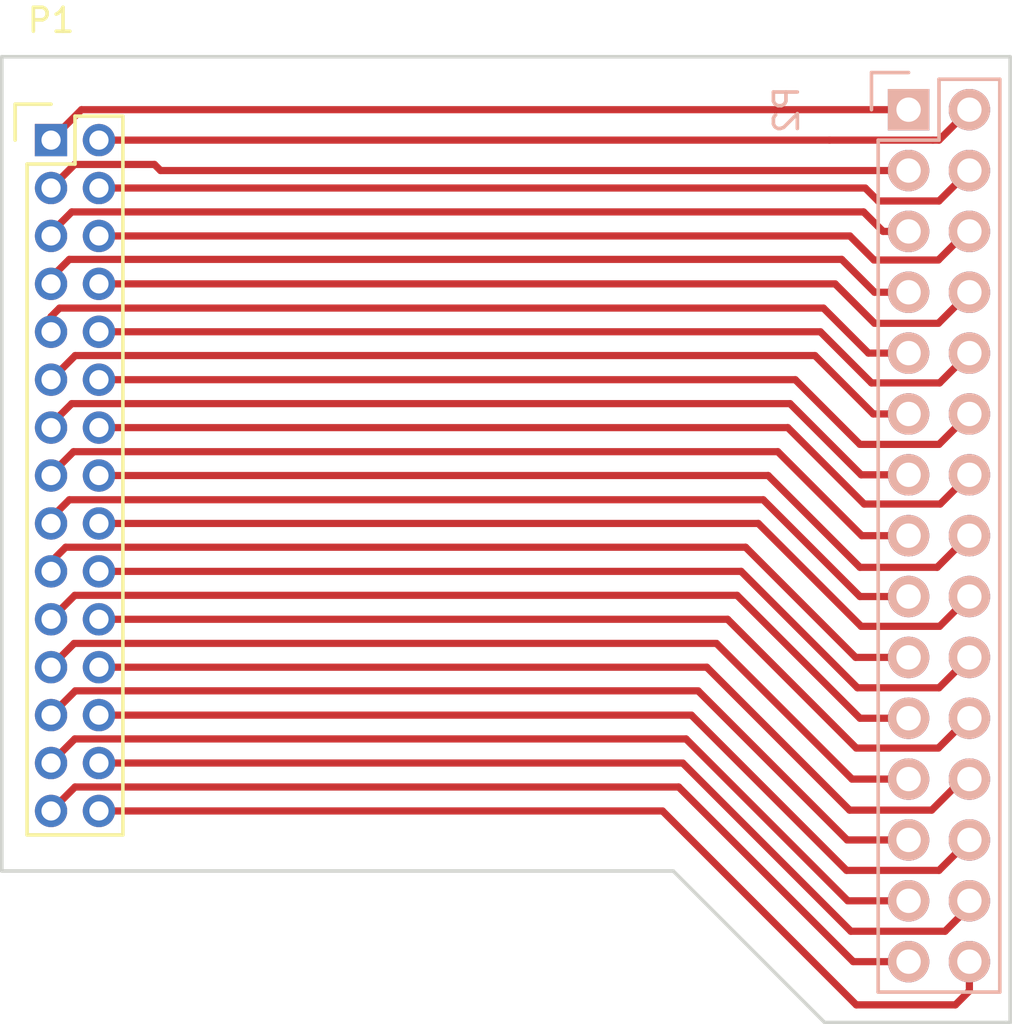
<source format=kicad_pcb>
(kicad_pcb (version 4) (host pcbnew 4.0.2-stable)

  (general
    (links 30)
    (no_connects 0)
    (area 54.113667 62.143666 99.461001 105.377001)
    (thickness 1.6)
    (drawings 9)
    (tracks 134)
    (zones 0)
    (modules 2)
    (nets 31)
  )

  (page A4)
  (layers
    (0 F.Cu signal)
    (31 B.Cu jumper)
    (32 B.Adhes user)
    (33 F.Adhes user)
    (34 B.Paste user)
    (35 F.Paste user)
    (36 B.SilkS user)
    (37 F.SilkS user)
    (38 B.Mask user)
    (39 F.Mask user)
    (40 Dwgs.User user)
    (41 Cmts.User user)
    (42 Eco1.User user)
    (43 Eco2.User user)
    (44 Edge.Cuts user)
  )

  (setup
    (last_trace_width 0.3)
    (user_trace_width 0.09)
    (user_trace_width 0.1)
    (user_trace_width 0.2)
    (user_trace_width 0.3)
    (user_trace_width 0.4)
    (user_trace_width 0.5)
    (user_trace_width 0.7)
    (user_trace_width 0.8)
    (trace_clearance 0.15)
    (zone_clearance 0.2)
    (zone_45_only yes)
    (trace_min 0.09)
    (segment_width 0.1)
    (edge_width 0.15)
    (via_size 0.7)
    (via_drill 0.4)
    (via_min_size 0.5)
    (via_min_drill 0.2)
    (user_via 0.5 0.3)
    (user_via 0.5 0.3)
    (user_via 0.6 0.4)
    (user_via 0.7 0.5)
    (user_via 0.8 0.6)
    (user_via 0.9 0.7)
    (user_via 1 0.8)
    (uvia_size 0.3)
    (uvia_drill 0.1)
    (uvias_allowed no)
    (uvia_min_size 0.3)
    (uvia_min_drill 0.1)
    (pcb_text_width 0.3)
    (pcb_text_size 1 1)
    (mod_edge_width 0.381)
    (mod_text_size 0.7 0.7)
    (mod_text_width 0.11)
    (pad_size 1.7272 1.7272)
    (pad_drill 1.016)
    (pad_to_mask_clearance 0)
    (aux_axis_origin 20 90)
    (grid_origin 67.3 108.35)
    (visible_elements 7FFCFFFF)
    (pcbplotparams
      (layerselection 0x01000_00000001)
      (usegerberextensions true)
      (excludeedgelayer true)
      (linewidth 0.100000)
      (plotframeref false)
      (viasonmask false)
      (mode 1)
      (useauxorigin false)
      (hpglpennumber 1)
      (hpglpenspeed 20)
      (hpglpendiameter 15)
      (hpglpenoverlay 2)
      (psnegative false)
      (psa4output false)
      (plotreference true)
      (plotvalue true)
      (plotinvisibletext false)
      (padsonsilk false)
      (subtractmaskfromsilk false)
      (outputformat 1)
      (mirror false)
      (drillshape 0)
      (scaleselection 1)
      (outputdirectory gerbers_RF/))
  )

  (net 0 "")
  (net 1 "Net-(P1-Pad1)")
  (net 2 "Net-(P1-Pad3)")
  (net 3 "Net-(P1-Pad5)")
  (net 4 "Net-(P1-Pad7)")
  (net 5 "Net-(P1-Pad9)")
  (net 6 "Net-(P1-Pad11)")
  (net 7 "Net-(P1-Pad13)")
  (net 8 "Net-(P1-Pad15)")
  (net 9 "Net-(P1-Pad17)")
  (net 10 "Net-(P1-Pad19)")
  (net 11 "Net-(P1-Pad21)")
  (net 12 "Net-(P1-Pad23)")
  (net 13 "Net-(P1-Pad25)")
  (net 14 "Net-(P1-Pad27)")
  (net 15 "Net-(P1-Pad29)")
  (net 16 "Net-(P1-Pad2)")
  (net 17 "Net-(P1-Pad4)")
  (net 18 "Net-(P1-Pad6)")
  (net 19 "Net-(P1-Pad8)")
  (net 20 "Net-(P1-Pad10)")
  (net 21 "Net-(P1-Pad12)")
  (net 22 "Net-(P1-Pad14)")
  (net 23 "Net-(P1-Pad16)")
  (net 24 "Net-(P1-Pad18)")
  (net 25 "Net-(P1-Pad20)")
  (net 26 "Net-(P1-Pad22)")
  (net 27 "Net-(P1-Pad24)")
  (net 28 "Net-(P1-Pad26)")
  (net 29 "Net-(P1-Pad28)")
  (net 30 "Net-(P1-Pad30)")

  (net_class Default "This is the default net class."
    (clearance 0.15)
    (trace_width 0.3)
    (via_dia 0.7)
    (via_drill 0.4)
    (uvia_dia 0.3)
    (uvia_drill 0.1)
    (add_net "Net-(P1-Pad1)")
    (add_net "Net-(P1-Pad10)")
    (add_net "Net-(P1-Pad11)")
    (add_net "Net-(P1-Pad12)")
    (add_net "Net-(P1-Pad13)")
    (add_net "Net-(P1-Pad14)")
    (add_net "Net-(P1-Pad15)")
    (add_net "Net-(P1-Pad16)")
    (add_net "Net-(P1-Pad17)")
    (add_net "Net-(P1-Pad18)")
    (add_net "Net-(P1-Pad19)")
    (add_net "Net-(P1-Pad2)")
    (add_net "Net-(P1-Pad20)")
    (add_net "Net-(P1-Pad21)")
    (add_net "Net-(P1-Pad22)")
    (add_net "Net-(P1-Pad23)")
    (add_net "Net-(P1-Pad24)")
    (add_net "Net-(P1-Pad25)")
    (add_net "Net-(P1-Pad26)")
    (add_net "Net-(P1-Pad27)")
    (add_net "Net-(P1-Pad28)")
    (add_net "Net-(P1-Pad29)")
    (add_net "Net-(P1-Pad3)")
    (add_net "Net-(P1-Pad30)")
    (add_net "Net-(P1-Pad4)")
    (add_net "Net-(P1-Pad5)")
    (add_net "Net-(P1-Pad6)")
    (add_net "Net-(P1-Pad7)")
    (add_net "Net-(P1-Pad8)")
    (add_net "Net-(P1-Pad9)")
  )

  (module Pin_Headers:Pin_Header_Straight_2x15_Pitch2.00mm (layer F.Cu) (tedit 56FA75DA) (tstamp 580E85A6)
    (at 59.172 68.472)
    (descr "Through hole pin header, 2x15, 2.00mm pitch, double row")
    (tags "pin header double row")
    (path /580E842E)
    (fp_text reference P1 (at 0 -5) (layer F.SilkS)
      (effects (font (size 1 1) (thickness 0.15)))
    )
    (fp_text value CONN_02X15 (at 0 -3) (layer F.Fab)
      (effects (font (size 1 1) (thickness 0.15)))
    )
    (fp_line (start -1 1) (end 1 1) (layer F.SilkS) (width 0.15))
    (fp_line (start 1 1) (end 1 -1) (layer F.SilkS) (width 0.15))
    (fp_line (start 1 -1) (end 3 -1) (layer F.SilkS) (width 0.15))
    (fp_line (start 3 -1) (end 3 1) (layer F.SilkS) (width 0.15))
    (fp_line (start 3 1) (end 3 29) (layer F.SilkS) (width 0.15))
    (fp_line (start 3 29) (end -1 29) (layer F.SilkS) (width 0.15))
    (fp_line (start -1 29) (end -1 1) (layer F.SilkS) (width 0.15))
    (fp_line (start -1.6 -1.6) (end 3.6 -1.6) (layer F.CrtYd) (width 0.05))
    (fp_line (start 3.6 -1.6) (end 3.6 29.6) (layer F.CrtYd) (width 0.05))
    (fp_line (start 3.6 29.6) (end -1.6 29.6) (layer F.CrtYd) (width 0.05))
    (fp_line (start -1.6 29.6) (end -1.6 -1.6) (layer F.CrtYd) (width 0.05))
    (fp_line (start -1.5 0) (end -1.5 -1.5) (layer F.SilkS) (width 0.15))
    (fp_line (start -1.5 -1.5) (end 0 -1.5) (layer F.SilkS) (width 0.15))
    (pad 1 thru_hole rect (at 0 0) (size 1.35 1.35) (drill 0.8) (layers *.Cu *.Mask)
      (net 1 "Net-(P1-Pad1)"))
    (pad 3 thru_hole circle (at 0 2) (size 1.35 1.35) (drill 0.8) (layers *.Cu *.Mask)
      (net 2 "Net-(P1-Pad3)"))
    (pad 5 thru_hole circle (at 0 4) (size 1.35 1.35) (drill 0.8) (layers *.Cu *.Mask)
      (net 3 "Net-(P1-Pad5)"))
    (pad 7 thru_hole circle (at 0 6) (size 1.35 1.35) (drill 0.8) (layers *.Cu *.Mask)
      (net 4 "Net-(P1-Pad7)"))
    (pad 9 thru_hole circle (at 0 8) (size 1.35 1.35) (drill 0.8) (layers *.Cu *.Mask)
      (net 5 "Net-(P1-Pad9)"))
    (pad 11 thru_hole circle (at 0 10) (size 1.35 1.35) (drill 0.8) (layers *.Cu *.Mask)
      (net 6 "Net-(P1-Pad11)"))
    (pad 13 thru_hole circle (at 0 12) (size 1.35 1.35) (drill 0.8) (layers *.Cu *.Mask)
      (net 7 "Net-(P1-Pad13)"))
    (pad 15 thru_hole circle (at 0 14) (size 1.35 1.35) (drill 0.8) (layers *.Cu *.Mask)
      (net 8 "Net-(P1-Pad15)"))
    (pad 17 thru_hole circle (at 0 16) (size 1.35 1.35) (drill 0.8) (layers *.Cu *.Mask)
      (net 9 "Net-(P1-Pad17)"))
    (pad 19 thru_hole circle (at 0 18) (size 1.35 1.35) (drill 0.8) (layers *.Cu *.Mask)
      (net 10 "Net-(P1-Pad19)"))
    (pad 21 thru_hole circle (at 0 20) (size 1.35 1.35) (drill 0.8) (layers *.Cu *.Mask)
      (net 11 "Net-(P1-Pad21)"))
    (pad 23 thru_hole circle (at 0 22) (size 1.35 1.35) (drill 0.8) (layers *.Cu *.Mask)
      (net 12 "Net-(P1-Pad23)"))
    (pad 25 thru_hole circle (at 0 24) (size 1.35 1.35) (drill 0.8) (layers *.Cu *.Mask)
      (net 13 "Net-(P1-Pad25)"))
    (pad 27 thru_hole circle (at 0 26) (size 1.35 1.35) (drill 0.8) (layers *.Cu *.Mask)
      (net 14 "Net-(P1-Pad27)"))
    (pad 29 thru_hole circle (at 0 28) (size 1.35 1.35) (drill 0.8) (layers *.Cu *.Mask)
      (net 15 "Net-(P1-Pad29)"))
    (pad 2 thru_hole circle (at 2 0) (size 1.35 1.35) (drill 0.8) (layers *.Cu *.Mask)
      (net 16 "Net-(P1-Pad2)"))
    (pad 4 thru_hole circle (at 2 2) (size 1.35 1.35) (drill 0.8) (layers *.Cu *.Mask)
      (net 17 "Net-(P1-Pad4)"))
    (pad 6 thru_hole circle (at 2 4) (size 1.35 1.35) (drill 0.8) (layers *.Cu *.Mask)
      (net 18 "Net-(P1-Pad6)"))
    (pad 8 thru_hole circle (at 2 6) (size 1.35 1.35) (drill 0.8) (layers *.Cu *.Mask)
      (net 19 "Net-(P1-Pad8)"))
    (pad 10 thru_hole circle (at 2 8) (size 1.35 1.35) (drill 0.8) (layers *.Cu *.Mask)
      (net 20 "Net-(P1-Pad10)"))
    (pad 12 thru_hole circle (at 2 10) (size 1.35 1.35) (drill 0.8) (layers *.Cu *.Mask)
      (net 21 "Net-(P1-Pad12)"))
    (pad 14 thru_hole circle (at 2 12) (size 1.35 1.35) (drill 0.8) (layers *.Cu *.Mask)
      (net 22 "Net-(P1-Pad14)"))
    (pad 16 thru_hole circle (at 2 14) (size 1.35 1.35) (drill 0.8) (layers *.Cu *.Mask)
      (net 23 "Net-(P1-Pad16)"))
    (pad 18 thru_hole circle (at 2 16) (size 1.35 1.35) (drill 0.8) (layers *.Cu *.Mask)
      (net 24 "Net-(P1-Pad18)"))
    (pad 20 thru_hole circle (at 2 18) (size 1.35 1.35) (drill 0.8) (layers *.Cu *.Mask)
      (net 25 "Net-(P1-Pad20)"))
    (pad 22 thru_hole circle (at 2 20) (size 1.35 1.35) (drill 0.8) (layers *.Cu *.Mask)
      (net 26 "Net-(P1-Pad22)"))
    (pad 24 thru_hole circle (at 2 22) (size 1.35 1.35) (drill 0.8) (layers *.Cu *.Mask)
      (net 27 "Net-(P1-Pad24)"))
    (pad 26 thru_hole circle (at 2 24) (size 1.35 1.35) (drill 0.8) (layers *.Cu *.Mask)
      (net 28 "Net-(P1-Pad26)"))
    (pad 28 thru_hole circle (at 2 26) (size 1.35 1.35) (drill 0.8) (layers *.Cu *.Mask)
      (net 29 "Net-(P1-Pad28)"))
    (pad 30 thru_hole circle (at 2 28) (size 1.35 1.35) (drill 0.8) (layers *.Cu *.Mask)
      (net 30 "Net-(P1-Pad30)"))
    (model Pin_Headers.3dshapes/Pin_Header_Straight_2x15_Pitch2.00mm.wrl
      (at (xyz 0 0 0))
      (scale (xyz 1 1 1))
      (rotate (xyz 0 0 0))
    )
  )

  (module Socket_Strips:Socket_Strip_Straight_2x15 (layer B.Cu) (tedit 0) (tstamp 580E8AC6)
    (at 94.986 67.202 270)
    (descr "Through hole socket strip")
    (tags "socket strip")
    (path /580E9717)
    (fp_text reference P2 (at 0 5.1 270) (layer B.SilkS)
      (effects (font (size 1 1) (thickness 0.15)) (justify mirror))
    )
    (fp_text value CONN_02X15 (at 0 3.1 270) (layer B.Fab)
      (effects (font (size 1 1) (thickness 0.15)) (justify mirror))
    )
    (fp_line (start -1.75 1.75) (end -1.75 -4.3) (layer B.CrtYd) (width 0.05))
    (fp_line (start 37.35 1.75) (end 37.35 -4.3) (layer B.CrtYd) (width 0.05))
    (fp_line (start -1.75 1.75) (end 37.35 1.75) (layer B.CrtYd) (width 0.05))
    (fp_line (start -1.75 -4.3) (end 37.35 -4.3) (layer B.CrtYd) (width 0.05))
    (fp_line (start 36.83 -3.81) (end -1.27 -3.81) (layer B.SilkS) (width 0.15))
    (fp_line (start 1.27 1.27) (end 36.83 1.27) (layer B.SilkS) (width 0.15))
    (fp_line (start 36.83 -3.81) (end 36.83 1.27) (layer B.SilkS) (width 0.15))
    (fp_line (start -1.27 -3.81) (end -1.27 -1.27) (layer B.SilkS) (width 0.15))
    (fp_line (start 0 1.55) (end -1.55 1.55) (layer B.SilkS) (width 0.15))
    (fp_line (start -1.27 -1.27) (end 1.27 -1.27) (layer B.SilkS) (width 0.15))
    (fp_line (start 1.27 -1.27) (end 1.27 1.27) (layer B.SilkS) (width 0.15))
    (fp_line (start -1.55 1.55) (end -1.55 0) (layer B.SilkS) (width 0.15))
    (pad 1 thru_hole rect (at 0 0 270) (size 1.7272 1.7272) (drill 1.016) (layers *.Cu *.Mask B.SilkS)
      (net 1 "Net-(P1-Pad1)"))
    (pad 2 thru_hole oval (at 0 -2.54 270) (size 1.7272 1.7272) (drill 1.016) (layers *.Cu *.Mask B.SilkS)
      (net 16 "Net-(P1-Pad2)"))
    (pad 3 thru_hole oval (at 2.54 0 270) (size 1.7272 1.7272) (drill 1.016) (layers *.Cu *.Mask B.SilkS)
      (net 2 "Net-(P1-Pad3)"))
    (pad 4 thru_hole oval (at 2.54 -2.54 270) (size 1.7272 1.7272) (drill 1.016) (layers *.Cu *.Mask B.SilkS)
      (net 17 "Net-(P1-Pad4)"))
    (pad 5 thru_hole oval (at 5.08 0 270) (size 1.7272 1.7272) (drill 1.016) (layers *.Cu *.Mask B.SilkS)
      (net 3 "Net-(P1-Pad5)"))
    (pad 6 thru_hole oval (at 5.08 -2.54 270) (size 1.7272 1.7272) (drill 1.016) (layers *.Cu *.Mask B.SilkS)
      (net 18 "Net-(P1-Pad6)"))
    (pad 7 thru_hole oval (at 7.62 0 270) (size 1.7272 1.7272) (drill 1.016) (layers *.Cu *.Mask B.SilkS)
      (net 4 "Net-(P1-Pad7)"))
    (pad 8 thru_hole oval (at 7.62 -2.54 270) (size 1.7272 1.7272) (drill 1.016) (layers *.Cu *.Mask B.SilkS)
      (net 19 "Net-(P1-Pad8)"))
    (pad 9 thru_hole oval (at 10.16 0 270) (size 1.7272 1.7272) (drill 1.016) (layers *.Cu *.Mask B.SilkS)
      (net 5 "Net-(P1-Pad9)"))
    (pad 10 thru_hole oval (at 10.16 -2.54 270) (size 1.7272 1.7272) (drill 1.016) (layers *.Cu *.Mask B.SilkS)
      (net 20 "Net-(P1-Pad10)"))
    (pad 11 thru_hole oval (at 12.7 0 270) (size 1.7272 1.7272) (drill 1.016) (layers *.Cu *.Mask B.SilkS)
      (net 6 "Net-(P1-Pad11)"))
    (pad 12 thru_hole oval (at 12.7 -2.54 270) (size 1.7272 1.7272) (drill 1.016) (layers *.Cu *.Mask B.SilkS)
      (net 21 "Net-(P1-Pad12)"))
    (pad 13 thru_hole oval (at 15.24 0 270) (size 1.7272 1.7272) (drill 1.016) (layers *.Cu *.Mask B.SilkS)
      (net 7 "Net-(P1-Pad13)"))
    (pad 14 thru_hole oval (at 15.24 -2.54 270) (size 1.7272 1.7272) (drill 1.016) (layers *.Cu *.Mask B.SilkS)
      (net 22 "Net-(P1-Pad14)"))
    (pad 15 thru_hole oval (at 17.78 0 270) (size 1.7272 1.7272) (drill 1.016) (layers *.Cu *.Mask B.SilkS)
      (net 8 "Net-(P1-Pad15)"))
    (pad 16 thru_hole oval (at 17.78 -2.54 270) (size 1.7272 1.7272) (drill 1.016) (layers *.Cu *.Mask B.SilkS)
      (net 23 "Net-(P1-Pad16)"))
    (pad 17 thru_hole oval (at 20.32 0 270) (size 1.7272 1.7272) (drill 1.016) (layers *.Cu *.Mask B.SilkS)
      (net 9 "Net-(P1-Pad17)"))
    (pad 18 thru_hole oval (at 20.32 -2.54 270) (size 1.7272 1.7272) (drill 1.016) (layers *.Cu *.Mask B.SilkS)
      (net 24 "Net-(P1-Pad18)"))
    (pad 19 thru_hole oval (at 22.86 0 270) (size 1.7272 1.7272) (drill 1.016) (layers *.Cu *.Mask B.SilkS)
      (net 10 "Net-(P1-Pad19)"))
    (pad 20 thru_hole oval (at 22.86 -2.54 270) (size 1.7272 1.7272) (drill 1.016) (layers *.Cu *.Mask B.SilkS)
      (net 25 "Net-(P1-Pad20)"))
    (pad 21 thru_hole oval (at 25.4 0 270) (size 1.7272 1.7272) (drill 1.016) (layers *.Cu *.Mask B.SilkS)
      (net 11 "Net-(P1-Pad21)"))
    (pad 22 thru_hole oval (at 25.4 -2.54 270) (size 1.7272 1.7272) (drill 1.016) (layers *.Cu *.Mask B.SilkS)
      (net 26 "Net-(P1-Pad22)"))
    (pad 23 thru_hole oval (at 27.94 0 270) (size 1.7272 1.7272) (drill 1.016) (layers *.Cu *.Mask B.SilkS)
      (net 12 "Net-(P1-Pad23)"))
    (pad 24 thru_hole oval (at 27.94 -2.54 270) (size 1.7272 1.7272) (drill 1.016) (layers *.Cu *.Mask B.SilkS)
      (net 27 "Net-(P1-Pad24)"))
    (pad 25 thru_hole oval (at 30.48 0 270) (size 1.7272 1.7272) (drill 1.016) (layers *.Cu *.Mask B.SilkS)
      (net 13 "Net-(P1-Pad25)"))
    (pad 26 thru_hole oval (at 30.48 -2.54 270) (size 1.7272 1.7272) (drill 1.016) (layers *.Cu *.Mask B.SilkS)
      (net 28 "Net-(P1-Pad26)"))
    (pad 27 thru_hole oval (at 33.02 0 270) (size 1.7272 1.7272) (drill 1.016) (layers *.Cu *.Mask B.SilkS)
      (net 14 "Net-(P1-Pad27)"))
    (pad 28 thru_hole oval (at 33.02 -2.54 270) (size 1.7272 1.7272) (drill 1.016) (layers *.Cu *.Mask B.SilkS)
      (net 29 "Net-(P1-Pad28)"))
    (pad 29 thru_hole oval (at 35.56 0 270) (size 1.7272 1.7272) (drill 1.016) (layers *.Cu *.Mask B.SilkS)
      (net 15 "Net-(P1-Pad29)"))
    (pad 30 thru_hole oval (at 35.56 -2.54 270) (size 1.7272 1.7272) (drill 1.016) (layers *.Cu *.Mask B.SilkS)
      (net 30 "Net-(P1-Pad30)"))
    (model Socket_Strips.3dshapes/Socket_Strip_Straight_2x15.wrl
      (at (xyz 0.7 -0.05 0))
      (scale (xyz 1 1 1))
      (rotate (xyz 0 0 180))
    )
  )

  (gr_line (start 99.2278 64.9922) (end 99.2278 65.0176) (angle 90) (layer Edge.Cuts) (width 0.15))
  (gr_line (start 99.2278 105.302) (end 99.2278 64.9922) (angle 90) (layer Edge.Cuts) (width 0.15))
  (gr_line (start 99.05 105.302) (end 99.2278 105.302) (angle 90) (layer Edge.Cuts) (width 0.15))
  (gr_line (start 91.4808 105.302) (end 99.05 105.302) (angle 90) (layer Edge.Cuts) (width 0.15))
  (gr_line (start 90.7696 104.5908) (end 91.4808 105.302) (angle 90) (layer Edge.Cuts) (width 0.15))
  (gr_line (start 85.1562 98.9774) (end 90.7696 104.5908) (angle 90) (layer Edge.Cuts) (width 0.15))
  (gr_line (start 57.1146 98.9774) (end 85.1562 98.9774) (angle 90) (layer Edge.Cuts) (width 0.15))
  (gr_line (start 57.1146 64.9922) (end 57.1146 98.9774) (angle 90) (layer Edge.Cuts) (width 0.15))
  (gr_line (start 99.2024 64.9922) (end 57.1146 64.9922) (angle 90) (layer Edge.Cuts) (width 0.15))

  (segment (start 94.986 67.202) (end 60.442 67.202) (width 0.3) (layer F.Cu) (net 1))
  (segment (start 60.442 67.202) (end 59.172 68.472) (width 0.3) (layer F.Cu) (net 1) (tstamp 581B1ECC))
  (segment (start 94.986 69.742) (end 63.744 69.742) (width 0.3) (layer F.Cu) (net 2))
  (segment (start 60.156 69.488) (end 59.172 70.472) (width 0.3) (layer F.Cu) (net 2) (tstamp 581B1EC4))
  (segment (start 63.49 69.488) (end 60.156 69.488) (width 0.3) (layer F.Cu) (net 2) (tstamp 581B1EC3))
  (segment (start 63.744 69.742) (end 63.49 69.488) (width 0.3) (layer F.Cu) (net 2) (tstamp 581B1EC2))
  (segment (start 59.172 72.472) (end 59.172 72.3328) (width 0.3) (layer F.Cu) (net 3))
  (segment (start 59.172 72.3328) (end 60.0356 71.4692) (width 0.3) (layer F.Cu) (net 3) (tstamp 581B1EDC))
  (segment (start 60.0356 71.4692) (end 93.1064 71.4692) (width 0.3) (layer F.Cu) (net 3) (tstamp 581B1EDD))
  (segment (start 93.1064 71.4692) (end 93.9192 72.282) (width 0.3) (layer F.Cu) (net 3) (tstamp 581B1EDE))
  (segment (start 93.9192 72.282) (end 94.986 72.282) (width 0.3) (layer F.Cu) (net 3) (tstamp 581B1EDF))
  (segment (start 59.172 74.472) (end 59.172 74.2124) (width 0.3) (layer F.Cu) (net 4))
  (segment (start 59.172 74.2124) (end 59.934 73.4504) (width 0.3) (layer F.Cu) (net 4) (tstamp 581B1EE2))
  (segment (start 59.934 73.4504) (end 92.192 73.4504) (width 0.3) (layer F.Cu) (net 4) (tstamp 581B1EE3))
  (segment (start 92.192 73.4504) (end 93.5636 74.822) (width 0.3) (layer F.Cu) (net 4) (tstamp 581B1EE4))
  (segment (start 93.5636 74.822) (end 94.986 74.822) (width 0.3) (layer F.Cu) (net 4) (tstamp 581B1EE6))
  (segment (start 59.172 76.472) (end 59.172 75.838) (width 0.3) (layer F.Cu) (net 5))
  (segment (start 59.172 75.838) (end 59.5276 75.4824) (width 0.3) (layer F.Cu) (net 5) (tstamp 581B1F1E))
  (segment (start 59.5276 75.4824) (end 91.43 75.4824) (width 0.3) (layer F.Cu) (net 5) (tstamp 581B1F22))
  (segment (start 91.43 75.4824) (end 93.3096 77.362) (width 0.3) (layer F.Cu) (net 5) (tstamp 581B1F31))
  (segment (start 93.3096 77.362) (end 94.986 77.362) (width 0.3) (layer F.Cu) (net 5) (tstamp 581B1F38))
  (segment (start 94.986 79.902) (end 93.5128 79.902) (width 0.3) (layer F.Cu) (net 6))
  (segment (start 60.1804 77.4636) (end 59.172 78.472) (width 0.3) (layer F.Cu) (net 6) (tstamp 581B1F42))
  (segment (start 91.0744 77.4636) (end 60.1804 77.4636) (width 0.3) (layer F.Cu) (net 6) (tstamp 581B1F3D))
  (segment (start 93.5128 79.902) (end 91.0744 77.4636) (width 0.3) (layer F.Cu) (net 6) (tstamp 581B1F3C))
  (segment (start 59.172 80.472) (end 59.172 80.3338) (width 0.3) (layer F.Cu) (net 7))
  (segment (start 59.172 80.3338) (end 60.0356 79.4702) (width 0.3) (layer F.Cu) (net 7) (tstamp 581B1F73))
  (segment (start 60.0356 79.4702) (end 90.033 79.4702) (width 0.3) (layer F.Cu) (net 7) (tstamp 581B1F76))
  (segment (start 90.033 79.4702) (end 93.0048 82.442) (width 0.3) (layer F.Cu) (net 7) (tstamp 581B1F78))
  (segment (start 93.0048 82.442) (end 94.986 82.442) (width 0.3) (layer F.Cu) (net 7) (tstamp 581B1F7F))
  (segment (start 59.172 82.472) (end 59.172 82.4166) (width 0.3) (layer F.Cu) (net 8))
  (segment (start 59.172 82.4166) (end 60.1118 81.4768) (width 0.3) (layer F.Cu) (net 8) (tstamp 581B1F83))
  (segment (start 60.1118 81.4768) (end 89.525 81.4768) (width 0.3) (layer F.Cu) (net 8) (tstamp 581B1F84))
  (segment (start 89.525 81.4768) (end 93.0302 84.982) (width 0.3) (layer F.Cu) (net 8) (tstamp 581B1F87))
  (segment (start 93.0302 84.982) (end 94.986 84.982) (width 0.3) (layer F.Cu) (net 8) (tstamp 581B1F9E))
  (segment (start 59.172 84.472) (end 59.172 84.2454) (width 0.3) (layer F.Cu) (net 9))
  (segment (start 59.172 84.2454) (end 59.934 83.4834) (width 0.3) (layer F.Cu) (net 9) (tstamp 581B1FA3))
  (segment (start 59.934 83.4834) (end 88.9154 83.4834) (width 0.3) (layer F.Cu) (net 9) (tstamp 581B1FA7))
  (segment (start 88.9154 83.4834) (end 92.954 87.522) (width 0.3) (layer F.Cu) (net 9) (tstamp 581B1FA9))
  (segment (start 92.954 87.522) (end 94.986 87.522) (width 0.3) (layer F.Cu) (net 9) (tstamp 581B1FB1))
  (segment (start 59.172 86.472) (end 59.172 86.0742) (width 0.3) (layer F.Cu) (net 10))
  (segment (start 59.172 86.0742) (end 59.7816 85.4646) (width 0.3) (layer F.Cu) (net 10) (tstamp 581B1FB5))
  (segment (start 59.7816 85.4646) (end 88.1788 85.4646) (width 0.3) (layer F.Cu) (net 10) (tstamp 581B1FB9))
  (segment (start 88.1788 85.4646) (end 92.7762 90.062) (width 0.3) (layer F.Cu) (net 10) (tstamp 581B1FBC))
  (segment (start 92.7762 90.062) (end 94.986 90.062) (width 0.3) (layer F.Cu) (net 10) (tstamp 581B1FC1))
  (segment (start 59.172 88.472) (end 59.172 88.4618) (width 0.3) (layer F.Cu) (net 11))
  (segment (start 59.172 88.4618) (end 60.1626 87.4712) (width 0.3) (layer F.Cu) (net 11) (tstamp 581B1FC5))
  (segment (start 60.1626 87.4712) (end 87.8232 87.4712) (width 0.3) (layer F.Cu) (net 11) (tstamp 581B1FC6))
  (segment (start 87.8232 87.4712) (end 92.954 92.602) (width 0.3) (layer F.Cu) (net 11) (tstamp 581B1FC7))
  (segment (start 92.954 92.602) (end 94.986 92.602) (width 0.3) (layer F.Cu) (net 11) (tstamp 581B1FCE))
  (segment (start 59.172 90.472) (end 59.172 90.443) (width 0.3) (layer F.Cu) (net 12))
  (segment (start 59.172 90.443) (end 60.1372 89.4778) (width 0.3) (layer F.Cu) (net 12) (tstamp 581B1FD3))
  (segment (start 60.1372 89.4778) (end 86.9596 89.4778) (width 0.3) (layer F.Cu) (net 12) (tstamp 581B1FD7))
  (segment (start 86.9596 89.4778) (end 92.6238 95.142) (width 0.3) (layer F.Cu) (net 12) (tstamp 581B1FDA))
  (segment (start 92.6238 95.142) (end 94.986 95.142) (width 0.3) (layer F.Cu) (net 12) (tstamp 581B1FE0))
  (segment (start 94.986 97.682) (end 92.4206 97.682) (width 0.3) (layer F.Cu) (net 13))
  (segment (start 60.185 91.459) (end 59.172 92.472) (width 0.3) (layer F.Cu) (net 13) (tstamp 581B1FEE))
  (segment (start 86.1976 91.459) (end 60.185 91.459) (width 0.3) (layer F.Cu) (net 13) (tstamp 581B1FE5))
  (segment (start 92.4206 97.682) (end 86.1976 91.459) (width 0.3) (layer F.Cu) (net 13) (tstamp 581B1FE4))
  (segment (start 59.172 94.472) (end 59.172 94.4562) (width 0.3) (layer F.Cu) (net 14))
  (segment (start 59.172 94.4562) (end 60.1626 93.4656) (width 0.3) (layer F.Cu) (net 14) (tstamp 581B1FF1))
  (segment (start 60.1626 93.4656) (end 85.6896 93.4656) (width 0.3) (layer F.Cu) (net 14) (tstamp 581B1FF4))
  (segment (start 85.6896 93.4656) (end 92.446 100.222) (width 0.3) (layer F.Cu) (net 14) (tstamp 581B1FF8))
  (segment (start 92.446 100.222) (end 94.986 100.222) (width 0.3) (layer F.Cu) (net 14) (tstamp 581B2001))
  (segment (start 94.986 102.762) (end 92.6746 102.762) (width 0.3) (layer F.Cu) (net 15))
  (segment (start 60.1718 95.4722) (end 59.172 96.472) (width 0.3) (layer F.Cu) (net 15) (tstamp 581B2012))
  (segment (start 85.3848 95.4722) (end 60.1718 95.4722) (width 0.3) (layer F.Cu) (net 15) (tstamp 581B200B))
  (segment (start 92.6746 102.762) (end 85.3848 95.4722) (width 0.3) (layer F.Cu) (net 15) (tstamp 581B2005))
  (segment (start 61.172 68.472) (end 91.684 68.472) (width 0.3) (layer F.Cu) (net 16))
  (segment (start 96.256 68.472) (end 97.526 67.202) (width 0.3) (layer F.Cu) (net 16) (tstamp 581B1EC9))
  (segment (start 96.002 68.472) (end 96.256 68.472) (width 0.3) (layer F.Cu) (net 16) (tstamp 581B1EC8))
  (segment (start 91.684 68.472) (end 96.002 68.472) (width 0.3) (layer F.Cu) (net 16) (tstamp 581B1EC7))
  (segment (start 61.172 70.472) (end 93.176 70.472) (width 0.3) (layer F.Cu) (net 17))
  (segment (start 96.256 71.012) (end 97.526 69.742) (width 0.3) (layer F.Cu) (net 17) (tstamp 581B1ED2))
  (segment (start 93.716 71.012) (end 96.256 71.012) (width 0.3) (layer F.Cu) (net 17) (tstamp 581B1ED1))
  (segment (start 93.176 70.472) (end 93.716 71.012) (width 0.3) (layer F.Cu) (net 17) (tstamp 581B1ED0))
  (segment (start 97.526 72.282) (end 97.4244 72.282) (width 0.3) (layer F.Cu) (net 18))
  (segment (start 97.4244 72.282) (end 96.2306 73.4758) (width 0.3) (layer F.Cu) (net 18) (tstamp 581B201D))
  (segment (start 96.2306 73.4758) (end 93.5382 73.4758) (width 0.3) (layer F.Cu) (net 18) (tstamp 581B2020))
  (segment (start 93.5382 73.4758) (end 92.5344 72.472) (width 0.3) (layer F.Cu) (net 18) (tstamp 581B2024))
  (segment (start 92.5344 72.472) (end 61.172 72.472) (width 0.3) (layer F.Cu) (net 18) (tstamp 581B2025))
  (segment (start 61.172 74.472) (end 91.9182 74.472) (width 0.3) (layer F.Cu) (net 19))
  (segment (start 96.2306 76.1174) (end 97.526 74.822) (width 0.3) (layer F.Cu) (net 19) (tstamp 581B2034))
  (segment (start 93.5636 76.1174) (end 96.2306 76.1174) (width 0.3) (layer F.Cu) (net 19) (tstamp 581B2032))
  (segment (start 91.9182 74.472) (end 93.5636 76.1174) (width 0.3) (layer F.Cu) (net 19) (tstamp 581B202B))
  (segment (start 61.172 76.472) (end 91.302 76.472) (width 0.3) (layer F.Cu) (net 20))
  (segment (start 96.2814 78.6066) (end 97.526 77.362) (width 0.3) (layer F.Cu) (net 20) (tstamp 581B203F))
  (segment (start 93.4366 78.6066) (end 96.2814 78.6066) (width 0.3) (layer F.Cu) (net 20) (tstamp 581B203C))
  (segment (start 91.302 76.472) (end 93.4366 78.6066) (width 0.3) (layer F.Cu) (net 20) (tstamp 581B2038))
  (segment (start 61.172 78.472) (end 90.254 78.472) (width 0.3) (layer F.Cu) (net 21))
  (segment (start 96.256 81.172) (end 97.526 79.902) (width 0.3) (layer F.Cu) (net 21) (tstamp 581B2060))
  (segment (start 92.954 81.172) (end 96.256 81.172) (width 0.3) (layer F.Cu) (net 21) (tstamp 581B205E))
  (segment (start 90.254 78.472) (end 92.954 81.172) (width 0.3) (layer F.Cu) (net 21) (tstamp 581B2043))
  (segment (start 61.172 80.472) (end 89.9426 80.472) (width 0.3) (layer F.Cu) (net 22))
  (segment (start 96.3068 83.6612) (end 97.526 82.442) (width 0.3) (layer F.Cu) (net 22) (tstamp 581B207C))
  (segment (start 93.1318 83.6612) (end 96.3068 83.6612) (width 0.3) (layer F.Cu) (net 22) (tstamp 581B2078))
  (segment (start 89.9426 80.472) (end 93.1318 83.6612) (width 0.3) (layer F.Cu) (net 22) (tstamp 581B2073))
  (segment (start 97.526 84.982) (end 97.5006 84.982) (width 0.3) (layer F.Cu) (net 23))
  (segment (start 97.5006 84.982) (end 96.1798 86.3028) (width 0.3) (layer F.Cu) (net 23) (tstamp 581B208B))
  (segment (start 96.1798 86.3028) (end 92.954 86.3028) (width 0.3) (layer F.Cu) (net 23) (tstamp 581B208D))
  (segment (start 92.954 86.3028) (end 89.1232 82.472) (width 0.3) (layer F.Cu) (net 23) (tstamp 581B208F))
  (segment (start 89.1232 82.472) (end 61.172 82.472) (width 0.3) (layer F.Cu) (net 23) (tstamp 581B2091))
  (segment (start 61.172 84.472) (end 88.7102 84.472) (width 0.3) (layer F.Cu) (net 24))
  (segment (start 96.2814 88.7666) (end 97.526 87.522) (width 0.3) (layer F.Cu) (net 24) (tstamp 581B20A1))
  (segment (start 93.0048 88.7666) (end 96.2814 88.7666) (width 0.3) (layer F.Cu) (net 24) (tstamp 581B209B))
  (segment (start 88.7102 84.472) (end 93.0048 88.7666) (width 0.3) (layer F.Cu) (net 24) (tstamp 581B2097))
  (segment (start 61.172 86.472) (end 87.9924 86.472) (width 0.3) (layer F.Cu) (net 25))
  (segment (start 96.256 91.332) (end 97.526 90.062) (width 0.3) (layer F.Cu) (net 25) (tstamp 581B20AD))
  (segment (start 92.8524 91.332) (end 96.256 91.332) (width 0.3) (layer F.Cu) (net 25) (tstamp 581B20AA))
  (segment (start 87.9924 86.472) (end 92.8524 91.332) (width 0.3) (layer F.Cu) (net 25) (tstamp 581B20A5))
  (segment (start 97.526 92.602) (end 97.4752 92.602) (width 0.3) (layer F.Cu) (net 26))
  (segment (start 97.4752 92.602) (end 96.2306 93.8466) (width 0.3) (layer F.Cu) (net 26) (tstamp 581B20B1))
  (segment (start 96.2306 93.8466) (end 92.8016 93.8466) (width 0.3) (layer F.Cu) (net 26) (tstamp 581B20B2))
  (segment (start 92.8016 93.8466) (end 87.427 88.472) (width 0.3) (layer F.Cu) (net 26) (tstamp 581B20B4))
  (segment (start 87.427 88.472) (end 61.172 88.472) (width 0.3) (layer F.Cu) (net 26) (tstamp 581B20B7))
  (segment (start 97.526 95.142) (end 97.2466 95.142) (width 0.3) (layer F.Cu) (net 27))
  (segment (start 97.2466 95.142) (end 95.9512 96.4374) (width 0.3) (layer F.Cu) (net 27) (tstamp 581B20C4))
  (segment (start 95.9512 96.4374) (end 92.5222 96.4374) (width 0.3) (layer F.Cu) (net 27) (tstamp 581B20C5))
  (segment (start 92.5222 96.4374) (end 86.5568 90.472) (width 0.3) (layer F.Cu) (net 27) (tstamp 581B20C9))
  (segment (start 86.5568 90.472) (end 61.172 90.472) (width 0.3) (layer F.Cu) (net 27) (tstamp 581B20CB))
  (segment (start 61.172 92.472) (end 85.9152 92.472) (width 0.3) (layer F.Cu) (net 28))
  (segment (start 96.256 98.952) (end 97.526 97.682) (width 0.3) (layer F.Cu) (net 28) (tstamp 581B20DA))
  (segment (start 92.3952 98.952) (end 96.256 98.952) (width 0.3) (layer F.Cu) (net 28) (tstamp 581B20D7))
  (segment (start 85.9152 92.472) (end 92.3952 98.952) (width 0.3) (layer F.Cu) (net 28) (tstamp 581B20D2))
  (segment (start 97.526 100.222) (end 97.526 100.476) (width 0.3) (layer F.Cu) (net 29))
  (segment (start 97.526 100.476) (end 96.51 101.492) (width 0.3) (layer F.Cu) (net 29) (tstamp 581B20E3))
  (segment (start 96.51 101.492) (end 92.573 101.492) (width 0.3) (layer F.Cu) (net 29) (tstamp 581B20E6))
  (segment (start 92.573 101.492) (end 85.553 94.472) (width 0.3) (layer F.Cu) (net 29) (tstamp 581B20EA))
  (segment (start 85.553 94.472) (end 61.172 94.472) (width 0.3) (layer F.Cu) (net 29) (tstamp 581B20F2))
  (segment (start 97.526 102.762) (end 97.526 103.9812) (width 0.3) (layer F.Cu) (net 30))
  (segment (start 84.7082 96.472) (end 61.172 96.472) (width 0.3) (layer F.Cu) (net 30) (tstamp 581B2C74))
  (segment (start 92.8016 104.5654) (end 84.7082 96.472) (width 0.3) (layer F.Cu) (net 30) (tstamp 581B2C6F))
  (segment (start 96.9418 104.5654) (end 92.8016 104.5654) (width 0.3) (layer F.Cu) (net 30) (tstamp 581B2C6E))
  (segment (start 97.526 103.9812) (end 96.9418 104.5654) (width 0.3) (layer F.Cu) (net 30) (tstamp 581B2C6D))

)

</source>
